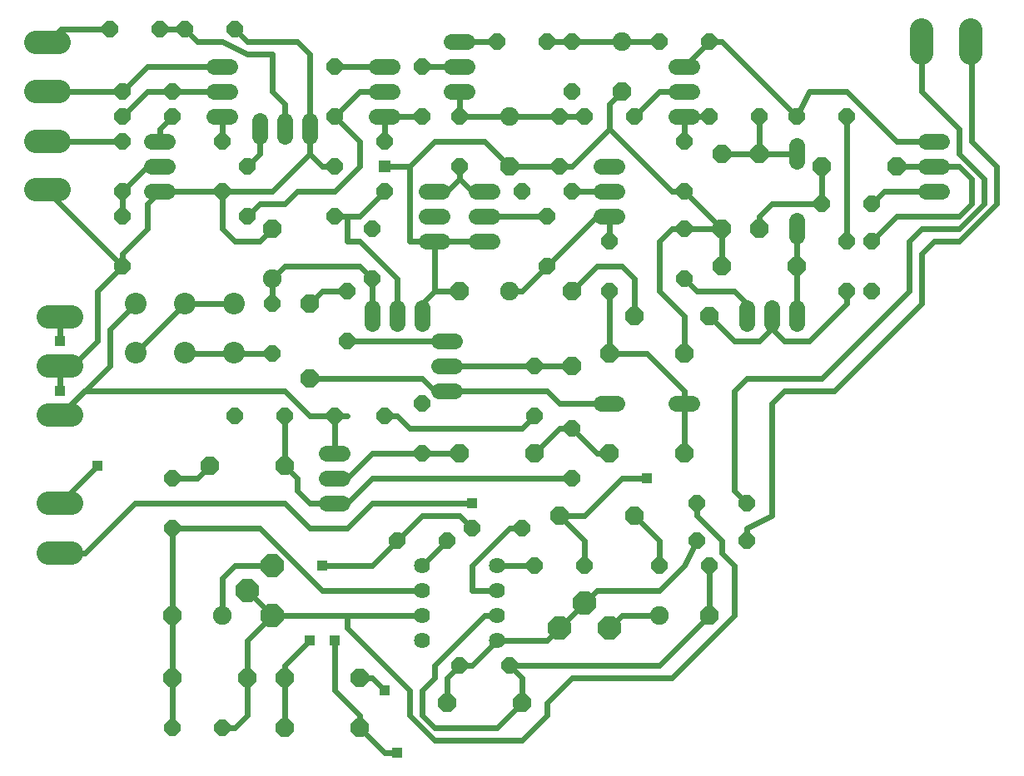
<source format=gbl>
G75*
G70*
%OFA0B0*%
%FSLAX24Y24*%
%IPPOS*%
%LPD*%
%AMOC8*
5,1,8,0,0,1.08239X$1,22.5*
%
%ADD10C,0.0920*%
%ADD11OC8,0.0640*%
%ADD12C,0.0640*%
%ADD13C,0.0750*%
%ADD14OC8,0.0750*%
%ADD15OC8,0.0720*%
%ADD16C,0.0640*%
%ADD17OC8,0.0920*%
%ADD18C,0.0872*%
%ADD19C,0.0240*%
%ADD20R,0.0500X0.0500*%
%ADD21R,0.0396X0.0396*%
D10*
X003773Y009610D02*
X004693Y009610D01*
X004693Y011580D02*
X003773Y011580D01*
X003773Y015130D02*
X004693Y015130D01*
X004693Y017100D02*
X003773Y017100D01*
X003773Y019070D02*
X004693Y019070D01*
X004193Y024150D02*
X003273Y024150D01*
X003273Y026110D02*
X004193Y026110D01*
X004193Y028090D02*
X003273Y028090D01*
X003273Y030050D02*
X004193Y030050D01*
X038743Y029640D02*
X038743Y030560D01*
X040713Y030560D02*
X040713Y029640D01*
D11*
X008733Y002600D03*
X010733Y002600D03*
X020233Y005100D03*
X022233Y005100D03*
X023233Y009100D03*
X025233Y009100D03*
X022733Y010600D03*
X020733Y010600D03*
X019733Y010100D03*
X017733Y010100D03*
X018733Y013600D03*
X017233Y015100D03*
X018733Y015600D03*
X015733Y018100D03*
X015733Y020100D03*
X016733Y020600D03*
X016733Y022600D03*
X015233Y023100D03*
X017233Y024100D03*
X015233Y025100D03*
X017233Y026100D03*
X018733Y027100D03*
X020233Y027100D03*
X020233Y025100D03*
X022733Y024100D03*
X023733Y023100D03*
X024733Y024100D03*
X024233Y025100D03*
X024233Y027100D03*
X025233Y027100D03*
X024733Y028100D03*
X024733Y030100D03*
X023733Y030100D03*
X021733Y030100D03*
X018733Y029100D03*
X015233Y029100D03*
X015233Y027100D03*
X011733Y025100D03*
X010733Y024100D03*
X011733Y023100D03*
X010733Y026100D03*
X008733Y027100D03*
X008733Y028100D03*
X006733Y028100D03*
X006733Y027100D03*
X006733Y026100D03*
X006733Y024100D03*
X006733Y023100D03*
X006733Y021100D03*
X012733Y019600D03*
X012733Y017600D03*
X013233Y015100D03*
X011233Y015100D03*
X008733Y012600D03*
X008733Y010600D03*
X015233Y015100D03*
X023233Y015100D03*
X024733Y014600D03*
X024733Y012600D03*
X028233Y009100D03*
X029733Y010100D03*
X030233Y009100D03*
X031733Y010100D03*
X031733Y011600D03*
X029733Y011600D03*
X023233Y017100D03*
X026233Y020100D03*
X026233Y022100D03*
X023733Y021100D03*
X029233Y020600D03*
X029233Y022600D03*
X029233Y024100D03*
X029233Y026100D03*
X030233Y027100D03*
X032233Y027100D03*
X033733Y027100D03*
X035733Y027100D03*
X034733Y023600D03*
X035733Y022100D03*
X036733Y022100D03*
X036733Y023600D03*
X036733Y020100D03*
X035733Y020100D03*
X027233Y027100D03*
X028233Y030100D03*
X030233Y030100D03*
X011233Y030600D03*
X009233Y030600D03*
X008233Y030600D03*
X006233Y030600D03*
D12*
X010413Y029100D02*
X011053Y029100D01*
X011053Y028100D02*
X010413Y028100D01*
X010413Y027100D02*
X011053Y027100D01*
X012233Y026920D02*
X012233Y026280D01*
X013233Y026280D02*
X013233Y026920D01*
X014233Y026920D02*
X014233Y026280D01*
X016913Y027100D02*
X017553Y027100D01*
X017553Y028100D02*
X016913Y028100D01*
X016913Y029100D02*
X017553Y029100D01*
X019913Y029100D02*
X020553Y029100D01*
X020553Y028100D02*
X019913Y028100D01*
X019913Y030100D02*
X020553Y030100D01*
X025913Y025100D02*
X026553Y025100D01*
X026553Y024100D02*
X025913Y024100D01*
X025913Y023100D02*
X026553Y023100D01*
X021553Y023100D02*
X020913Y023100D01*
X020913Y022100D02*
X021553Y022100D01*
X019553Y022100D02*
X018913Y022100D01*
X018913Y023100D02*
X019553Y023100D01*
X019553Y024100D02*
X018913Y024100D01*
X020913Y024100D02*
X021553Y024100D01*
X018733Y019420D02*
X018733Y018780D01*
X019413Y018100D02*
X020053Y018100D01*
X020053Y017100D02*
X019413Y017100D01*
X019413Y016100D02*
X020053Y016100D01*
X017733Y018780D02*
X017733Y019420D01*
X016733Y019420D02*
X016733Y018780D01*
X015553Y013600D02*
X014913Y013600D01*
X014913Y012600D02*
X015553Y012600D01*
X015553Y011600D02*
X014913Y011600D01*
X025913Y015600D02*
X026553Y015600D01*
X028913Y015600D02*
X029553Y015600D01*
X031733Y018780D02*
X031733Y019420D01*
X032733Y019420D02*
X032733Y018780D01*
X033733Y018780D02*
X033733Y019420D01*
X033733Y022280D02*
X033733Y022920D01*
X033733Y025280D02*
X033733Y025920D01*
X029553Y027100D02*
X028913Y027100D01*
X028913Y028100D02*
X029553Y028100D01*
X029553Y029100D02*
X028913Y029100D01*
X038913Y026100D02*
X039553Y026100D01*
X039553Y025100D02*
X038913Y025100D01*
X038913Y024100D02*
X039553Y024100D01*
X008553Y024100D02*
X007913Y024100D01*
X007913Y025100D02*
X008553Y025100D01*
X008553Y026100D02*
X007913Y026100D01*
D13*
X012733Y020600D03*
X022233Y020100D03*
X022233Y027100D03*
X026733Y030100D03*
X028233Y007100D03*
X010733Y007100D03*
D14*
X008733Y007100D03*
X020233Y020100D03*
X022233Y025100D03*
X026733Y028100D03*
X012733Y022600D03*
X030233Y007100D03*
D15*
X027233Y011100D03*
X024233Y011100D03*
X023233Y013600D03*
X026233Y013600D03*
X029233Y013600D03*
X024733Y017100D03*
X026233Y017600D03*
X027233Y019100D03*
X029233Y017600D03*
X030233Y019100D03*
X030733Y021100D03*
X030733Y022600D03*
X032233Y022600D03*
X033733Y021100D03*
X034733Y025100D03*
X032233Y025600D03*
X030733Y025600D03*
X024733Y020100D03*
X020233Y013600D03*
X014233Y016600D03*
X014233Y019600D03*
X013233Y013100D03*
X010233Y013100D03*
X008733Y004600D03*
X011733Y004600D03*
X013233Y004600D03*
X013233Y002600D03*
X016233Y002600D03*
X016233Y004600D03*
X019733Y003600D03*
X022733Y003600D03*
X037733Y025100D03*
D16*
X021733Y009100D03*
X021733Y008100D03*
X021733Y007100D03*
X021733Y006100D03*
X018733Y006100D03*
X018733Y007100D03*
X018733Y008100D03*
X018733Y009100D03*
D17*
X024233Y006600D03*
X025233Y007600D03*
X026233Y006600D03*
X012733Y007100D03*
X011733Y008100D03*
X012733Y009100D03*
D18*
X011202Y017631D03*
X009233Y017631D03*
X007265Y017631D03*
X007265Y019600D03*
X009233Y019600D03*
X011202Y019600D03*
D19*
X009233Y019600D01*
X007265Y017631D01*
X006233Y017100D02*
X006233Y018569D01*
X007265Y019600D01*
X006733Y021100D02*
X005733Y020100D01*
X005733Y018100D01*
X004733Y017100D01*
X004233Y017100D01*
X004233Y016100D01*
X005203Y016100D02*
X004233Y015130D01*
X004263Y015130D01*
X006233Y017100D01*
X005203Y016100D02*
X013233Y016100D01*
X014233Y015100D01*
X015233Y015100D01*
X015733Y015100D01*
X015233Y015100D02*
X015233Y013600D01*
X015233Y012600D02*
X015733Y012600D01*
X016733Y013600D01*
X018733Y013600D01*
X020233Y013600D01*
X018233Y014600D02*
X022733Y014600D01*
X023233Y015100D01*
X024233Y015600D02*
X023733Y016100D01*
X019733Y016100D01*
X019233Y016100D01*
X018733Y016600D01*
X014233Y016600D01*
X012733Y017600D02*
X009265Y017600D01*
X009233Y017631D01*
X012733Y019600D02*
X012733Y020600D01*
X013233Y021100D01*
X016233Y021100D01*
X016733Y020600D01*
X016733Y019100D01*
X017733Y019100D02*
X017733Y020600D01*
X016233Y022100D01*
X015733Y022100D01*
X015733Y023100D01*
X016233Y023100D01*
X017233Y024100D01*
X017233Y025100D02*
X018233Y025100D01*
X018233Y022100D01*
X019233Y022100D01*
X019233Y020100D01*
X020233Y020100D01*
X019233Y020100D02*
X018733Y019600D01*
X018733Y019100D01*
X019733Y018100D02*
X015733Y018100D01*
X014233Y019600D02*
X014733Y020100D01*
X015733Y020100D01*
X012733Y022600D02*
X012233Y022100D01*
X011233Y022100D01*
X010733Y022600D01*
X010733Y024100D01*
X012733Y024100D01*
X014233Y025600D01*
X014733Y025100D01*
X015233Y025100D01*
X016233Y025100D02*
X015233Y024100D01*
X013733Y024100D01*
X013233Y023600D01*
X012233Y023600D01*
X011733Y023100D01*
X010733Y024100D02*
X008233Y024100D01*
X007733Y023600D01*
X007733Y022600D01*
X006733Y021600D01*
X006733Y021100D01*
X003733Y024100D01*
X003733Y024150D01*
X003733Y026110D02*
X006723Y026110D01*
X006733Y026100D01*
X006733Y027100D02*
X007733Y028100D01*
X008733Y028100D01*
X010733Y028100D01*
X010733Y027100D02*
X010733Y026100D01*
X011733Y025100D02*
X012233Y025600D01*
X012233Y026600D01*
X013233Y026600D02*
X013233Y027600D01*
X012733Y028100D01*
X012733Y029600D01*
X011733Y029600D01*
X010733Y030100D01*
X009733Y030100D01*
X009233Y030600D01*
X008233Y030600D01*
X007733Y029100D02*
X010733Y029100D01*
X011733Y030100D02*
X011233Y030600D01*
X011733Y030100D02*
X013733Y030100D01*
X014233Y029600D01*
X014233Y026600D01*
X014233Y025600D01*
X015233Y027100D02*
X016233Y026100D01*
X016233Y025100D01*
X017233Y026100D02*
X017233Y027100D01*
X018733Y027100D01*
X019233Y026100D02*
X018233Y025100D01*
X019233Y024100D02*
X019733Y024100D01*
X020233Y024600D01*
X020733Y024100D01*
X021233Y024100D01*
X021233Y023100D02*
X023733Y023100D01*
X024733Y024100D02*
X026233Y024100D01*
X026233Y023100D02*
X025733Y023100D01*
X023733Y021100D01*
X022733Y020100D01*
X022233Y020100D01*
X021233Y022100D02*
X019233Y022100D01*
X020233Y024600D02*
X020233Y025100D01*
X021233Y026100D02*
X019233Y026100D01*
X020233Y027100D02*
X022233Y027100D01*
X024233Y027100D01*
X025233Y027100D01*
X026233Y026600D02*
X028733Y024100D01*
X029233Y024100D01*
X030733Y022600D01*
X029233Y022600D01*
X028733Y022600D01*
X028233Y022100D01*
X028233Y020100D01*
X029233Y019100D01*
X029233Y017600D01*
X027733Y017600D02*
X026233Y017600D01*
X026233Y020100D01*
X027233Y020600D02*
X026733Y021100D01*
X025733Y021100D01*
X024733Y020100D01*
X026233Y022100D02*
X026233Y023100D01*
X024733Y025100D02*
X024233Y025100D01*
X022233Y025100D01*
X021233Y026100D01*
X020233Y027100D02*
X020233Y028100D01*
X020233Y029100D02*
X018733Y029100D01*
X020233Y030100D02*
X021733Y030100D01*
X023733Y030100D02*
X024733Y030100D01*
X026733Y030100D01*
X028233Y030100D01*
X029233Y029100D02*
X030233Y030100D01*
X030733Y030100D01*
X033733Y027100D01*
X034233Y028100D01*
X035733Y028100D01*
X037733Y026100D01*
X039233Y026100D01*
X039233Y025100D02*
X037733Y025100D01*
X040233Y025100D01*
X040733Y024600D01*
X040733Y023600D01*
X040233Y023100D01*
X037733Y023100D01*
X036733Y022100D01*
X035733Y022100D02*
X035733Y027100D01*
X033733Y025600D02*
X032233Y025600D01*
X030733Y025600D01*
X029233Y026100D02*
X029233Y027100D01*
X030233Y027100D01*
X029233Y028100D02*
X028233Y028100D01*
X027233Y027100D01*
X026233Y026600D02*
X026233Y027600D01*
X026733Y028100D01*
X026233Y026600D02*
X024733Y025100D01*
X027233Y020600D02*
X027233Y019100D01*
X027733Y017600D02*
X029233Y016100D01*
X029233Y015600D01*
X029233Y013600D01*
X027733Y012600D02*
X026733Y012600D01*
X025233Y011100D01*
X024233Y011100D01*
X025233Y010100D01*
X025233Y009100D01*
X025733Y008100D02*
X028233Y008100D01*
X029233Y009100D01*
X029733Y010100D01*
X029733Y011100D02*
X030733Y010100D01*
X030733Y009600D01*
X031233Y009100D01*
X031233Y007100D01*
X028733Y004600D01*
X024733Y004600D01*
X023733Y003600D01*
X023733Y003100D01*
X022733Y002100D01*
X019233Y002100D01*
X018233Y003100D01*
X018233Y004100D01*
X015733Y006600D01*
X015733Y007100D01*
X018733Y007100D01*
X018733Y008100D02*
X014733Y008100D01*
X012233Y010600D01*
X008733Y010600D01*
X008733Y007100D01*
X008733Y004600D01*
X008733Y002600D01*
X010733Y002600D02*
X011233Y002600D01*
X011733Y003100D01*
X011733Y004600D01*
X011733Y006100D01*
X012733Y007100D01*
X015733Y007100D01*
X015233Y006100D02*
X015233Y004100D01*
X016233Y003100D01*
X016233Y002600D01*
X017233Y001600D01*
X017733Y001600D01*
X018733Y003100D02*
X019233Y002600D01*
X021733Y002600D01*
X022733Y003600D01*
X022733Y004600D01*
X022233Y005100D01*
X028233Y005100D01*
X030233Y007100D01*
X030233Y009100D01*
X031733Y010100D02*
X031733Y010600D01*
X032733Y011100D01*
X032733Y015600D01*
X033233Y016100D01*
X035233Y016100D01*
X038733Y019600D01*
X038733Y021600D01*
X039233Y022100D01*
X040233Y022100D01*
X041733Y023600D01*
X041733Y025100D01*
X040733Y026100D01*
X040733Y030100D01*
X040713Y030100D01*
X038743Y030100D02*
X038743Y028090D01*
X040233Y026600D01*
X040233Y025600D01*
X041233Y024600D01*
X041233Y023600D01*
X040233Y022600D01*
X038733Y022600D01*
X038233Y022100D01*
X038233Y020100D01*
X034733Y016600D01*
X031733Y016600D01*
X031233Y016100D01*
X031233Y012100D01*
X031733Y011600D01*
X029733Y011600D02*
X029733Y011100D01*
X028233Y010100D02*
X027233Y011100D01*
X028233Y010100D02*
X028233Y009100D01*
X028233Y007100D02*
X026733Y007100D01*
X026233Y006600D01*
X025233Y007600D02*
X025733Y008100D01*
X025233Y007600D02*
X024233Y006600D01*
X023733Y006100D01*
X021733Y006100D01*
X020733Y005100D01*
X020233Y005100D01*
X019733Y004600D01*
X019733Y003600D01*
X018733Y004100D02*
X018733Y003100D01*
X018733Y004100D02*
X019233Y004600D01*
X019233Y005100D01*
X021233Y007100D01*
X021733Y007100D01*
X021733Y008100D02*
X020733Y008100D01*
X020733Y009100D01*
X022233Y010600D01*
X022733Y010600D01*
X020733Y010600D02*
X020233Y011100D01*
X018733Y011100D01*
X017733Y010100D01*
X016733Y009100D01*
X014733Y009100D01*
X012733Y009100D02*
X011233Y009100D01*
X010733Y008600D01*
X010733Y007100D01*
X011733Y008100D02*
X012733Y007100D01*
X014233Y006100D02*
X013233Y005100D01*
X013233Y004600D01*
X013233Y002600D01*
X016233Y004600D02*
X016733Y004600D01*
X017233Y004100D01*
X018733Y009100D02*
X019733Y010100D01*
X020733Y011600D02*
X016733Y011600D01*
X015733Y010600D01*
X014233Y010600D01*
X013233Y011600D01*
X007233Y011600D01*
X005243Y009610D01*
X004233Y009610D01*
X004233Y011580D02*
X005733Y013080D01*
X005733Y013100D01*
X008733Y012600D02*
X009733Y012600D01*
X010233Y013100D01*
X013233Y013100D02*
X013233Y015100D01*
X013233Y013100D02*
X013733Y012600D01*
X013733Y012100D01*
X014233Y011600D01*
X015233Y011600D01*
X015733Y011600D01*
X016733Y012600D01*
X024733Y012600D01*
X025733Y013600D02*
X024733Y014600D01*
X024233Y014600D01*
X023233Y013600D01*
X025733Y013600D02*
X026233Y013600D01*
X026233Y015600D02*
X024233Y015600D01*
X024733Y017100D02*
X023233Y017100D01*
X019733Y017100D01*
X017733Y015100D02*
X017233Y015100D01*
X017733Y015100D02*
X018233Y014600D01*
X021733Y009100D02*
X023233Y009100D01*
X031233Y018100D02*
X032233Y018100D01*
X032733Y018600D01*
X032733Y019100D01*
X032733Y018600D02*
X033233Y018100D01*
X034233Y018100D01*
X035733Y019600D01*
X035733Y020100D01*
X033733Y021100D02*
X033733Y019100D01*
X031733Y019100D02*
X031733Y019600D01*
X031233Y020100D01*
X029733Y020100D01*
X029233Y020600D01*
X030733Y021100D02*
X030733Y022600D01*
X032233Y022600D02*
X032233Y023100D01*
X032733Y023600D01*
X034733Y023600D01*
X034733Y025100D01*
X036733Y023600D02*
X037233Y024100D01*
X039233Y024100D01*
X033733Y022600D02*
X033733Y021100D01*
X031233Y018100D02*
X030233Y019100D01*
X032233Y025600D02*
X032233Y027100D01*
X017233Y028100D02*
X016233Y028100D01*
X015233Y027100D01*
X015233Y029100D02*
X017233Y029100D01*
X015733Y023100D02*
X015233Y023100D01*
X008733Y027100D02*
X008233Y026600D01*
X008233Y026100D01*
X008233Y025100D02*
X007733Y025100D01*
X006733Y024100D01*
X006733Y023100D01*
X004233Y019070D02*
X004233Y018100D01*
X003733Y028090D02*
X006733Y028090D01*
X006733Y028100D01*
X007733Y029100D01*
X006233Y030600D02*
X004283Y030600D01*
X003733Y030050D01*
D20*
X017233Y025100D03*
D21*
X004233Y018100D03*
X004233Y016100D03*
X005733Y013100D03*
X014233Y006100D03*
X015233Y006100D03*
X017233Y004100D03*
X017733Y001600D03*
X014733Y009100D03*
X020733Y011600D03*
X027733Y012600D03*
X039233Y026100D03*
M02*

</source>
